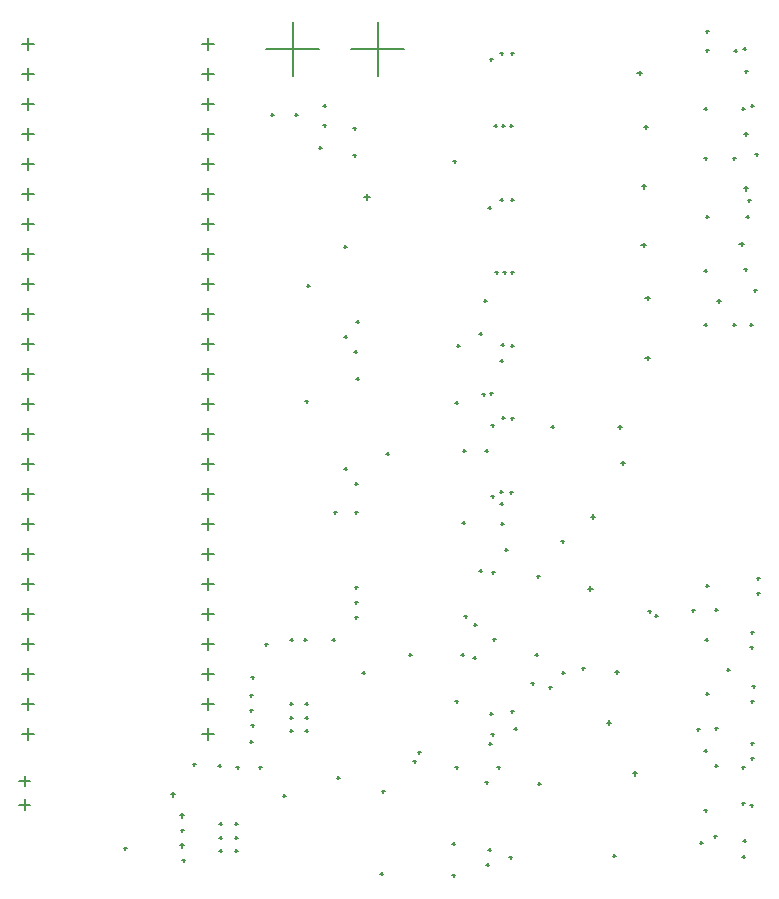
<source format=gbr>
G04*
G04 #@! TF.GenerationSoftware,Altium Limited,Altium Designer,23.5.1 (21)*
G04*
G04 Layer_Color=128*
%FSLAX25Y25*%
%MOIN*%
G70*
G04*
G04 #@! TF.SameCoordinates,62E66B6F-0332-4FDC-AC1A-6E2C05ECB38F*
G04*
G04*
G04 #@! TF.FilePolarity,Positive*
G04*
G01*
G75*
%ADD15C,0.00500*%
D15*
X387992Y725500D02*
X392008D01*
X390000Y723492D02*
Y727508D01*
X387992Y715500D02*
X392008D01*
X390000Y713492D02*
Y717508D01*
X387992Y705500D02*
X392008D01*
X390000Y703492D02*
Y707508D01*
X387992Y695500D02*
X392008D01*
X390000Y693492D02*
Y697508D01*
X387992Y685500D02*
X392008D01*
X390000Y683492D02*
Y687508D01*
X387992Y675500D02*
X392008D01*
X390000Y673492D02*
Y677508D01*
X387992Y665500D02*
X392008D01*
X390000Y663492D02*
Y667508D01*
X387992Y655500D02*
X392008D01*
X390000Y653492D02*
Y657508D01*
X387992Y645500D02*
X392008D01*
X390000Y643492D02*
Y647508D01*
X387992Y495500D02*
X392008D01*
X390000Y493492D02*
Y497508D01*
X327992Y525500D02*
X332008D01*
X330000Y523492D02*
Y527508D01*
X327992Y535500D02*
X332008D01*
X330000Y533492D02*
Y537508D01*
X327992Y545500D02*
X332008D01*
X330000Y543492D02*
Y547508D01*
X327992Y555500D02*
X332008D01*
X330000Y553492D02*
Y557508D01*
X327992Y565500D02*
X332008D01*
X330000Y563492D02*
Y567508D01*
X327992Y575500D02*
X332008D01*
X330000Y573492D02*
Y577508D01*
X327992Y585500D02*
X332008D01*
X330000Y583492D02*
Y587508D01*
X327992Y595500D02*
X332008D01*
X330000Y593492D02*
Y597508D01*
X327992Y605500D02*
X332008D01*
X330000Y603492D02*
Y607508D01*
X327992Y615500D02*
X332008D01*
X330000Y613492D02*
Y617508D01*
X327992Y625500D02*
X332008D01*
X330000Y623492D02*
Y627508D01*
X327992Y635500D02*
X332008D01*
X330000Y633492D02*
Y637508D01*
X327992Y515500D02*
X332008D01*
X330000Y513492D02*
Y517508D01*
X327992Y505500D02*
X332008D01*
X330000Y503492D02*
Y507508D01*
X327992Y495500D02*
X332008D01*
X330000Y493492D02*
Y497508D01*
X327992Y645500D02*
X332008D01*
X330000Y643492D02*
Y647508D01*
X327992Y655500D02*
X332008D01*
X330000Y653492D02*
Y657508D01*
X327992Y665500D02*
X332008D01*
X330000Y663492D02*
Y667508D01*
X327992Y675500D02*
X332008D01*
X330000Y673492D02*
Y677508D01*
X327992Y685500D02*
X332008D01*
X330000Y683492D02*
Y687508D01*
X327992Y695500D02*
X332008D01*
X330000Y693492D02*
Y697508D01*
X327992Y705500D02*
X332008D01*
X330000Y703492D02*
Y707508D01*
X327992Y715500D02*
X332008D01*
X330000Y713492D02*
Y717508D01*
X327992Y725500D02*
X332008D01*
X330000Y723492D02*
Y727508D01*
X387992Y635500D02*
X392008D01*
X390000Y633492D02*
Y637508D01*
X387992Y625500D02*
X392008D01*
X390000Y623492D02*
Y627508D01*
X387992Y615500D02*
X392008D01*
X390000Y613492D02*
Y617508D01*
X387992Y605500D02*
X392008D01*
X390000Y603492D02*
Y607508D01*
X387992Y595500D02*
X392008D01*
X390000Y593492D02*
Y597508D01*
X387992Y585500D02*
X392008D01*
X390000Y583492D02*
Y587508D01*
X387992Y575500D02*
X392008D01*
X390000Y573492D02*
Y577508D01*
X387992Y565500D02*
X392008D01*
X390000Y563492D02*
Y567508D01*
X387992Y555500D02*
X392008D01*
X390000Y553492D02*
Y557508D01*
X387992Y545500D02*
X392008D01*
X390000Y543492D02*
Y547508D01*
X387992Y535500D02*
X392008D01*
X390000Y533492D02*
Y537508D01*
X387992Y525500D02*
X392008D01*
X390000Y523492D02*
Y527508D01*
X387992Y515500D02*
X392008D01*
X390000Y513492D02*
Y517508D01*
X387992Y505500D02*
X392008D01*
X390000Y503492D02*
Y507508D01*
X327248Y479937D02*
X330752D01*
X329000Y478185D02*
Y481689D01*
X327248Y472063D02*
X330752D01*
X329000Y470311D02*
Y473815D01*
X437716Y724000D02*
X455630D01*
X446673Y715043D02*
Y732957D01*
X409370Y724000D02*
X427283D01*
X418327Y715043D02*
Y732957D01*
X535950Y640900D02*
X537450D01*
X536700Y640150D02*
Y641650D01*
X526750Y598000D02*
X528250D01*
X527500Y597250D02*
Y598750D01*
X534608Y658694D02*
X536108D01*
X535358Y657943D02*
Y659444D01*
X523035Y499386D02*
X524535D01*
X523785Y498636D02*
Y500136D01*
X531750Y482500D02*
X533250D01*
X532500Y481750D02*
Y483250D01*
X525779Y516206D02*
X527279D01*
X526529Y515456D02*
Y516956D01*
X516835Y544055D02*
X518335D01*
X517585Y543304D02*
Y544804D01*
X517650Y568100D02*
X519150D01*
X518400Y567350D02*
Y568850D01*
X535950Y621000D02*
X537450D01*
X536700Y620250D02*
Y621750D01*
X535438Y697941D02*
X536938D01*
X536188Y697191D02*
Y698691D01*
X534750Y678189D02*
X536250D01*
X535500Y677439D02*
Y678939D01*
X533250Y716000D02*
X534750D01*
X534000Y715250D02*
Y716750D01*
X555500Y704000D02*
X556500D01*
X556000Y703500D02*
Y704500D01*
X569000Y716500D02*
X570000D01*
X569500Y716000D02*
Y717000D01*
X567250Y659000D02*
X568750D01*
X568000Y658250D02*
Y659750D01*
X448000Y476500D02*
X449000D01*
X448500Y476000D02*
Y477000D01*
X422500Y606500D02*
X423500D01*
X423000Y606000D02*
Y607000D01*
X568500Y460000D02*
X569500D01*
X569000Y459500D02*
Y460500D01*
X483500Y457000D02*
X484500D01*
X484000Y456500D02*
Y457500D01*
X484037Y502308D02*
X485037D01*
X484537Y501808D02*
Y502808D01*
X492309Y497309D02*
X493309D01*
X492809Y496809D02*
Y497809D01*
X484500Y495500D02*
X485500D01*
X485000Y495000D02*
Y496000D01*
X487733Y565733D02*
X488733D01*
X488233Y565233D02*
Y566233D01*
X484609Y574861D02*
X485609D01*
X485109Y574361D02*
Y575361D01*
X377750Y475500D02*
X379250D01*
X378500Y474750D02*
Y476250D01*
X559100Y537000D02*
X560100D01*
X559600Y536500D02*
Y537500D01*
X559000Y485029D02*
X560000D01*
X559500Y484529D02*
Y485529D01*
X553050Y497262D02*
X554050D01*
X553550Y496762D02*
Y497762D01*
X555500Y490000D02*
X556500D01*
X556000Y489500D02*
Y490500D01*
X555559Y470191D02*
X556559D01*
X556059Y469691D02*
Y470691D01*
X442000Y674500D02*
X444000D01*
X443000Y673500D02*
Y675500D01*
X422000Y527000D02*
X423000D01*
X422500Y526500D02*
Y527500D01*
X435350Y658000D02*
X436350D01*
X435850Y657500D02*
Y658500D01*
X570000Y673500D02*
X571000D01*
X570500Y673000D02*
Y674000D01*
X569500Y668000D02*
X570500D01*
X570000Y667500D02*
Y668500D01*
X568000Y704000D02*
X569000D01*
X568500Y703500D02*
Y704500D01*
X485009Y527139D02*
X486009D01*
X485509Y526639D02*
Y527639D01*
X475555Y534845D02*
X476555D01*
X476055Y534345D02*
Y535345D01*
X478650Y532000D02*
X479650D01*
X479150Y531500D02*
Y532500D01*
X486500Y484500D02*
X487500D01*
X487000Y484000D02*
Y485000D01*
X500000Y479000D02*
X501000D01*
X500500Y478500D02*
Y479500D01*
X483650Y492283D02*
X484650D01*
X484150Y491783D02*
Y492783D01*
X482500Y479500D02*
X483500D01*
X483000Y479000D02*
Y480000D01*
X554000Y459384D02*
X555000D01*
X554500Y458884D02*
Y459884D01*
X568312Y454647D02*
X569312D01*
X568812Y454147D02*
Y455147D01*
X525000Y455000D02*
X526000D01*
X525500Y454500D02*
Y455500D01*
X482925Y451999D02*
X483925D01*
X483425Y451499D02*
Y452499D01*
X435500Y584000D02*
X436500D01*
X436000Y583500D02*
Y584500D01*
X432000Y569500D02*
X433000D01*
X432500Y569000D02*
Y570000D01*
X435500Y628000D02*
X436500D01*
X436000Y627500D02*
Y628500D01*
X438850Y623000D02*
X439850D01*
X439350Y622500D02*
Y623500D01*
X563000Y517000D02*
X564000D01*
X563500Y516500D02*
Y517500D01*
X551466Y536868D02*
X552466D01*
X551966Y536369D02*
Y537368D01*
X555900Y527000D02*
X556900D01*
X556400Y526500D02*
Y527500D01*
X556000Y729850D02*
X557000D01*
X556500Y729350D02*
Y730350D01*
X491107Y503135D02*
X492107D01*
X491607Y502635D02*
Y503635D01*
X558659Y461500D02*
X559659D01*
X559159Y461000D02*
Y462000D01*
X571000Y704954D02*
X572000D01*
X571500Y704454D02*
Y705454D01*
X572600Y688894D02*
X573600D01*
X573100Y688394D02*
Y689394D01*
X568610Y724000D02*
X569611D01*
X569110Y723500D02*
Y724500D01*
X399059Y465724D02*
X400059D01*
X399559Y465224D02*
Y466224D01*
X393941Y456669D02*
X394941D01*
X394441Y456169D02*
Y457169D01*
X399059Y456669D02*
X400059D01*
X399559Y456169D02*
Y457169D01*
X399059Y461000D02*
X400059D01*
X399559Y460500D02*
Y461500D01*
X393941Y465724D02*
X394941D01*
X394441Y465224D02*
Y466224D01*
X393941Y461000D02*
X394941D01*
X394441Y460500D02*
Y461500D01*
X422559Y505724D02*
X423559D01*
X423059Y505224D02*
Y506224D01*
X417441Y496669D02*
X418441D01*
X417941Y496169D02*
Y497169D01*
X422559Y496669D02*
X423559D01*
X423059Y496169D02*
Y497169D01*
X422559Y501000D02*
X423559D01*
X423059Y500500D02*
Y501500D01*
X417441Y505724D02*
X418441D01*
X417941Y505224D02*
Y506224D01*
X417441Y501000D02*
X418441D01*
X417941Y500500D02*
Y501500D01*
X508000Y516000D02*
X509000D01*
X508500Y515500D02*
Y516500D01*
X514800Y517565D02*
X515800D01*
X515300Y517065D02*
Y518065D01*
X497900Y512600D02*
X498900D01*
X498400Y512100D02*
Y513100D01*
X503700Y511173D02*
X504700D01*
X504200Y510673D02*
Y511673D01*
X539000Y535000D02*
X540000D01*
X539500Y534500D02*
Y535500D01*
X536959Y536611D02*
X537959D01*
X537459Y536111D02*
Y537111D01*
X499184Y522000D02*
X500184D01*
X499684Y521500D02*
Y522500D01*
X478586Y521037D02*
X479586D01*
X479086Y520537D02*
Y521537D01*
X556000Y723500D02*
X557000D01*
X556500Y723000D02*
Y724000D01*
X568900Y650500D02*
X569900D01*
X569400Y650000D02*
Y651000D01*
X568650Y677500D02*
X570150D01*
X569400Y676750D02*
Y678250D01*
X568700Y695500D02*
X570100D01*
X569400Y694800D02*
Y696200D01*
X572000Y643500D02*
X573000D01*
X572500Y643000D02*
Y644000D01*
X565000Y632088D02*
X566000D01*
X565500Y631588D02*
Y632588D01*
X570800Y632000D02*
X571800D01*
X571300Y631500D02*
Y632500D01*
X556100Y545000D02*
X557100D01*
X556600Y544500D02*
Y545500D01*
X507882Y559882D02*
X508882D01*
X508382Y559382D02*
Y560382D01*
X499711Y548261D02*
X500710D01*
X500211Y547761D02*
Y548761D01*
X573000Y547500D02*
X574000D01*
X573500Y547000D02*
Y548000D01*
X573000Y542500D02*
X574000D01*
X573500Y542000D02*
Y543000D01*
X504500Y598000D02*
X505500D01*
X505000Y597500D02*
Y598500D01*
X472500Y506500D02*
X473500D01*
X473000Y506000D02*
Y507000D01*
X484700Y549500D02*
X485700D01*
X485200Y549000D02*
Y550000D01*
X480500D02*
X481500D01*
X481000Y549500D02*
Y550500D01*
X484075Y609220D02*
X485075D01*
X484575Y608719D02*
Y609720D01*
X472520Y605980D02*
X473520D01*
X473020Y605480D02*
Y606480D01*
X475100Y590000D02*
X476100D01*
X475600Y589500D02*
Y590500D01*
X474893Y566030D02*
X475892D01*
X475392Y565530D02*
Y566530D01*
X487634Y572366D02*
X488634D01*
X488134Y571866D02*
Y572866D01*
X482500Y590000D02*
X483500D01*
X483000Y589500D02*
Y590500D01*
X571000Y492500D02*
X572000D01*
X571500Y492000D02*
Y493000D01*
X568000Y484500D02*
X569000D01*
X568500Y484000D02*
Y485000D01*
X568000Y472500D02*
X569000D01*
X568500Y472000D02*
Y473000D01*
X570900Y471837D02*
X571900D01*
X571400Y471337D02*
Y472337D01*
X473100Y625000D02*
X474100D01*
X473600Y624500D02*
Y625500D01*
X480490Y628967D02*
X481490D01*
X480990Y628467D02*
Y629467D01*
X439000Y579000D02*
X440000D01*
X439500Y578500D02*
Y579500D01*
X471900Y686500D02*
X472900D01*
X472400Y686000D02*
Y687000D01*
X482100Y640000D02*
X483100D01*
X482600Y639500D02*
Y640500D01*
X481500Y608861D02*
X482500D01*
X482000Y608361D02*
Y609361D01*
X484504Y598504D02*
X485504D01*
X485004Y598004D02*
Y599004D01*
X491000Y600829D02*
X492000D01*
X491500Y600329D02*
Y601329D01*
X491000Y625000D02*
X492000D01*
X491500Y624500D02*
Y625500D01*
X483500Y671000D02*
X484500D01*
X484000Y670500D02*
Y671500D01*
X472500Y484500D02*
X473500D01*
X473000Y484000D02*
Y485000D01*
X471500Y459000D02*
X472500D01*
X472000Y458500D02*
Y459500D01*
X471500Y448500D02*
X472500D01*
X472000Y448000D02*
Y449000D01*
X488100Y698283D02*
X489100D01*
X488600Y697783D02*
Y698783D01*
X485500Y698283D02*
X486500D01*
X486000Y697783D02*
Y698783D01*
X491000Y722500D02*
X492000D01*
X491500Y722000D02*
Y723000D01*
X487500Y722500D02*
X488500D01*
X488000Y722000D02*
Y723000D01*
X484000Y720500D02*
X485000D01*
X484500Y720000D02*
Y721000D01*
X490733Y698283D02*
X491733D01*
X491233Y697783D02*
Y698783D01*
X423000Y645000D02*
X424000D01*
X423500Y644500D02*
Y645500D01*
X565500Y723330D02*
X566500D01*
X566000Y722830D02*
Y723830D01*
X417500Y527000D02*
X418500D01*
X418000Y526500D02*
Y527500D01*
X431500Y527000D02*
X432500D01*
X432000Y526500D02*
Y527500D01*
X449600Y589000D02*
X450600D01*
X450100Y588500D02*
Y589500D01*
X457000Y522000D02*
X458000D01*
X457500Y521500D02*
Y522500D01*
X556000Y509000D02*
X557000D01*
X556500Y508500D02*
Y509500D01*
X380750Y468500D02*
X382250D01*
X381500Y467750D02*
Y469250D01*
X380750Y458500D02*
X382250D01*
X381500Y457750D02*
Y459250D01*
X393500Y485000D02*
X394500D01*
X394000Y484500D02*
Y485500D01*
X433000Y481000D02*
X434000D01*
X433500Y480500D02*
Y481500D01*
X527750Y586000D02*
X529250D01*
X528500Y585250D02*
Y586750D01*
X474500Y522000D02*
X475500D01*
X475000Y521500D02*
Y522500D01*
X490500Y454500D02*
X491500D01*
X491000Y454000D02*
Y455000D01*
X399500Y484500D02*
X400500D01*
X400000Y484000D02*
Y485000D01*
X381500Y453500D02*
X382500D01*
X382000Y453000D02*
Y454000D01*
X362000Y457500D02*
X363000D01*
X362500Y457000D02*
Y458000D01*
X381000Y463500D02*
X382000D01*
X381500Y463000D02*
Y464000D01*
X385000Y485500D02*
X386000D01*
X385500Y485000D02*
Y486000D01*
X404000Y503500D02*
X405000D01*
X404500Y503000D02*
Y504000D01*
X407000Y484500D02*
X408000D01*
X407500Y484000D02*
Y485000D01*
X404000Y493000D02*
X405000D01*
X404500Y492500D02*
Y493500D01*
X415000Y475000D02*
X416000D01*
X415500Y474500D02*
Y475500D01*
X447500Y449000D02*
X448500D01*
X448000Y448500D02*
Y449500D01*
X458500Y486500D02*
X459500D01*
X459000Y486000D02*
Y487000D01*
X409000Y525500D02*
X410000D01*
X409500Y525000D02*
Y526000D01*
X441500Y516000D02*
X442500D01*
X442000Y515500D02*
Y516500D01*
X439000Y569500D02*
X440000D01*
X439500Y569000D02*
Y570000D01*
Y614000D02*
X440500D01*
X440000Y613500D02*
Y614500D01*
X411000Y702000D02*
X412000D01*
X411500Y701500D02*
Y702500D01*
X487500Y620000D02*
X488500D01*
X488000Y619500D02*
Y620500D01*
X488500Y649500D02*
X489500D01*
X489000Y649000D02*
Y650000D01*
X565000Y687500D02*
X566000D01*
X565500Y687000D02*
Y688000D01*
X571000Y529500D02*
X572000D01*
X571500Y529000D02*
Y530000D01*
Y511500D02*
X572500D01*
X572000Y511000D02*
Y512000D01*
X559000Y497500D02*
X560000D01*
X559500Y497000D02*
Y498000D01*
X559750Y640000D02*
X561250D01*
X560500Y639250D02*
Y640750D01*
X404500Y498500D02*
X405500D01*
X405000Y498000D02*
Y499000D01*
X404000Y508500D02*
X405000D01*
X404500Y508000D02*
Y509000D01*
Y514500D02*
X405500D01*
X405000Y514000D02*
Y515000D01*
X439000Y534500D02*
X440000D01*
X439500Y534000D02*
Y535000D01*
X439000Y539500D02*
X440000D01*
X439500Y539000D02*
Y540000D01*
X439000Y544500D02*
X440000D01*
X439500Y544000D02*
Y545000D01*
Y633000D02*
X440500D01*
X440000Y632500D02*
Y633500D01*
X427000Y691000D02*
X428000D01*
X427500Y690500D02*
Y691500D01*
X428500Y705000D02*
X429500D01*
X429000Y704500D02*
Y705500D01*
X428500Y698500D02*
X429500D01*
X429000Y698000D02*
Y699000D01*
X438500Y688500D02*
X439500D01*
X439000Y688000D02*
Y689000D01*
X438500Y697500D02*
X439500D01*
X439000Y697000D02*
Y698000D01*
X419000Y702000D02*
X420000D01*
X419500Y701500D02*
Y702500D01*
X487500Y673626D02*
X488500D01*
X488000Y673126D02*
Y674126D01*
X491000Y673626D02*
X492000D01*
X491500Y673126D02*
Y674126D01*
X485900Y649500D02*
X486900D01*
X486400Y649000D02*
Y650000D01*
X491100Y649500D02*
X492100D01*
X491600Y649000D02*
Y650000D01*
X487838Y625334D02*
X488837D01*
X488338Y624834D02*
Y625834D01*
X488059Y600988D02*
X489059D01*
X488559Y600488D02*
Y601488D01*
X487337Y576334D02*
X488338D01*
X487838Y575834D02*
Y576834D01*
X490656Y576171D02*
X491656D01*
X491156Y575671D02*
Y576671D01*
X489000Y557000D02*
X490000D01*
X489500Y556500D02*
Y557500D01*
X571000Y487500D02*
X572000D01*
X571500Y487000D02*
Y488000D01*
X571000Y506500D02*
X572000D01*
X571500Y506000D02*
Y507000D01*
X570915Y524500D02*
X571915D01*
X571415Y524000D02*
Y525000D01*
X555500Y632000D02*
X556500D01*
X556000Y631500D02*
Y632500D01*
X555500Y650000D02*
X556500D01*
X556000Y649500D02*
Y650500D01*
Y668000D02*
X557000D01*
X556500Y667500D02*
Y668500D01*
X555500Y687500D02*
X556500D01*
X556000Y687000D02*
Y688000D01*
X460000Y489500D02*
X461000D01*
X460500Y489000D02*
Y490000D01*
M02*

</source>
